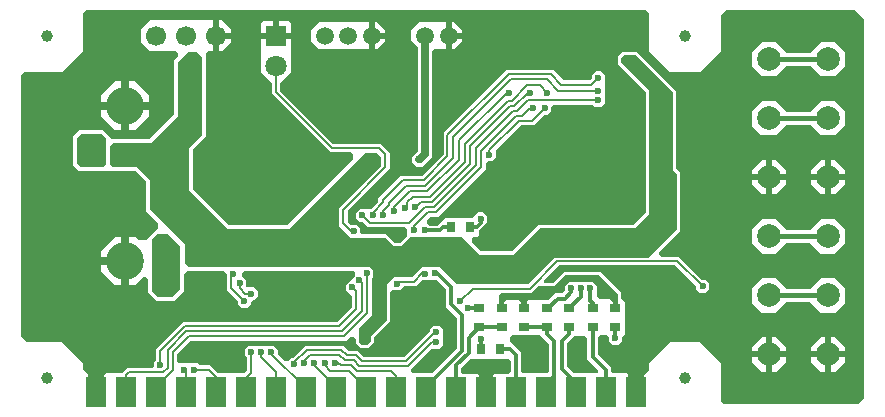
<source format=gbl>
%FSLAX43Y43*%
%MOMM*%
G71*
G01*
G75*
G04 Layer_Physical_Order=2*
G04 Layer_Color=16711680*
%ADD10R,2.880X1.120*%
%ADD11R,0.800X0.900*%
%ADD12R,0.900X1.270*%
%ADD13R,1.000X1.800*%
%ADD14R,1.400X1.200*%
%ADD15R,0.300X1.600*%
%ADD16R,1.600X0.300*%
%ADD17R,0.900X0.800*%
%ADD18R,0.508X0.559*%
%ADD19R,1.270X0.900*%
G04:AMPARAMS|DCode=20|XSize=1.9mm|YSize=3.3mm|CornerRadius=0mm|HoleSize=0mm|Usage=FLASHONLY|Rotation=180.000|XOffset=0mm|YOffset=0mm|HoleType=Round|Shape=Octagon|*
%AMOCTAGOND20*
4,1,8,0.475,-1.650,-0.475,-1.650,-0.950,-1.175,-0.950,1.175,-0.475,1.650,0.475,1.650,0.950,1.175,0.950,-1.175,0.475,-1.650,0.0*
%
%ADD20OCTAGOND20*%

%ADD21R,0.700X1.800*%
%ADD22R,0.700X1.350*%
%ADD23R,0.800X0.800*%
%ADD24R,1.600X2.200*%
%ADD25R,1.350X0.400*%
%ADD26R,1.900X1.900*%
%ADD27R,1.900X1.800*%
%ADD28R,0.600X1.400*%
%ADD29R,1.800X2.500*%
%ADD30C,0.200*%
%ADD31C,0.400*%
%ADD32C,0.300*%
%ADD33R,0.550X11.375*%
%ADD34R,0.550X2.225*%
%ADD35R,0.550X2.300*%
%ADD36R,1.975X0.550*%
%ADD37R,1.400X0.400*%
%ADD38R,0.400X1.400*%
%ADD39R,1.400X0.400*%
%ADD40R,2.150X0.500*%
%ADD41R,0.500X2.150*%
%ADD42C,0.600*%
%ADD43C,3.200*%
%ADD44C,1.000*%
%ADD45R,1.800X1.800*%
%ADD46C,1.800*%
%ADD47C,1.500*%
%ADD48C,1.700*%
%ADD49C,2.000*%
%ADD50R,1.143X1.270*%
%ADD51R,4.800X0.650*%
%ADD52R,0.650X4.800*%
%ADD53R,3.175X0.650*%
%ADD54R,0.500X3.425*%
%ADD55R,3.425X0.500*%
%ADD56R,3.625X0.600*%
%ADD57R,0.600X3.625*%
G36*
X58750Y99525D02*
Y97300D01*
X58500Y97050D01*
X56675D01*
X56350Y97375D01*
Y99525D01*
X56675Y99850D01*
X58425D01*
X58750Y99525D01*
D02*
G37*
G36*
X66925Y106375D02*
Y99800D01*
X65800Y98675D01*
Y95100D01*
X69100Y91800D01*
X74250D01*
X80750Y98300D01*
X81750D01*
X82100Y97950D01*
Y97200D01*
X78500Y93600D01*
Y92100D01*
X79500Y91100D01*
X82400D01*
X83150Y90350D01*
X83775D01*
X84575Y91150D01*
X88925D01*
X90425Y89650D01*
X93275D01*
X95525Y91900D01*
X103600D01*
X104800Y93100D01*
Y103550D01*
X102425Y105925D01*
Y106325D01*
X102675Y106575D01*
X103600D01*
X106775Y103400D01*
Y96825D01*
X107100Y96500D01*
Y91800D01*
X104700Y89400D01*
X96750D01*
X94500Y87150D01*
X88475D01*
X87000Y88625D01*
X85575D01*
X84725Y87775D01*
X83181D01*
X82550Y87189D01*
Y84125D01*
X81225Y82800D01*
Y82350D01*
X80900Y82025D01*
X80450D01*
X80175Y82300D01*
Y83425D01*
X81275Y84525D01*
Y87625D01*
X81400Y87750D01*
Y88350D01*
X81125Y88625D01*
X67375D01*
X65775Y88625D01*
X65500Y88900D01*
Y90500D01*
X62500Y93500D01*
X62500Y95950D01*
X61400Y97050D01*
X59375D01*
X59100Y97325D01*
Y98850D01*
X59350Y99100D01*
X62600D01*
X64875Y101375D01*
Y105975D01*
X65750Y106850D01*
X66450D01*
X66925Y106375D01*
D02*
G37*
G36*
X65075Y90400D02*
Y86775D01*
X64350Y86050D01*
X63175D01*
X62700Y86525D01*
Y90975D01*
X63125Y91400D01*
X64075D01*
X65075Y90400D01*
D02*
G37*
G36*
X102150Y86350D02*
Y85300D01*
X101675D01*
Y85675D01*
X101425Y85925D01*
X100600D01*
X100350Y86175D01*
Y87025D01*
X100025Y87350D01*
X97975D01*
X97650Y87025D01*
Y86650D01*
X97400Y86400D01*
X96800D01*
X96225Y85825D01*
X94550D01*
X94450Y85725D01*
Y85300D01*
X93925D01*
Y85675D01*
X93775Y85825D01*
X92650D01*
X92500Y85675D01*
Y85250D01*
X92100D01*
Y86200D01*
X92325Y86425D01*
X94825D01*
X95375Y86975D01*
X96725D01*
X97700Y87950D01*
X100550D01*
X102150Y86350D01*
D02*
G37*
G36*
X99525Y82575D02*
Y80850D01*
X100475Y79900D01*
Y79750D01*
X100325Y79600D01*
X98400D01*
X97825Y80175D01*
Y82175D01*
X98425Y82775D01*
X99325D01*
X99525Y82575D01*
D02*
G37*
G36*
X87575Y86750D02*
Y85250D01*
X88500Y84325D01*
Y81750D01*
X86350Y79600D01*
X84800D01*
X84650Y79750D01*
Y79975D01*
X86375Y81700D01*
X86975D01*
X87300Y82025D01*
Y83325D01*
X86975Y83650D01*
X86525D01*
X86200Y83325D01*
Y83200D01*
X84025Y81025D01*
X80600D01*
X80150Y81475D01*
X79350D01*
X78900Y81925D01*
X75600D01*
X74600Y80925D01*
X74500D01*
X74225Y80650D01*
X73900D01*
X73325Y81225D01*
Y81600D01*
X73000Y81925D01*
X70850D01*
X70525Y81600D01*
Y81150D01*
X70725Y80950D01*
Y79825D01*
X70500Y79600D01*
X68300D01*
X67625Y80275D01*
X66725D01*
X66525Y80475D01*
X64950D01*
X64800Y80625D01*
Y81225D01*
X65950Y82375D01*
X79200D01*
X79475Y82650D01*
X79775D01*
X79925Y82500D01*
Y82175D01*
X80325Y81775D01*
X81000D01*
X81500Y82275D01*
Y82625D01*
X82875Y84000D01*
Y86475D01*
X83050Y86650D01*
X83650D01*
X84025Y87025D01*
X85050D01*
X85525Y87500D01*
X86825D01*
X87575Y86750D01*
D02*
G37*
G36*
X93100Y80625D02*
Y79775D01*
X92900Y79575D01*
X91700D01*
X91575Y79450D01*
Y78800D01*
X90350D01*
Y79425D01*
X90200Y79575D01*
X89000D01*
X88825Y79750D01*
Y80075D01*
X89600Y80850D01*
X92875D01*
X93100Y80625D01*
D02*
G37*
G36*
X123000Y109600D02*
Y105500D01*
Y100475D01*
Y95475D01*
Y90475D01*
Y85475D01*
Y80475D01*
Y77500D01*
X122500Y77000D01*
X111075D01*
X110850Y77225D01*
Y80450D01*
X109050Y82250D01*
X106525D01*
X104750Y80475D01*
Y79875D01*
X104375Y79500D01*
Y79075D01*
X102975D01*
Y79500D01*
X102875Y79600D01*
X101750D01*
X101575Y79775D01*
Y80075D01*
X100425Y81225D01*
Y82625D01*
X100650Y82850D01*
X101150D01*
X101350Y82650D01*
Y82350D01*
X101675Y82025D01*
X102175D01*
X102475Y82325D01*
Y82675D01*
X102700Y82900D01*
Y85675D01*
X102425Y85950D01*
Y86450D01*
X100675Y88200D01*
X97600D01*
X96625Y87225D01*
X95975D01*
X95875Y87325D01*
Y87500D01*
X97125Y88750D01*
X107000D01*
X108750Y87000D01*
Y86725D01*
X109050Y86425D01*
X109525D01*
X109850Y86750D01*
Y87225D01*
X109550Y87525D01*
X109275D01*
X107325Y89475D01*
X105825D01*
X105650Y89650D01*
Y89875D01*
X107425Y91650D01*
Y96625D01*
X107050Y97000D01*
Y103025D01*
Y103500D01*
X103700Y106850D01*
X102475D01*
X102125Y106500D01*
Y105775D01*
X104475Y103425D01*
Y93225D01*
X103450Y92200D01*
X95400D01*
X93125Y89925D01*
X90550D01*
X89750Y90725D01*
Y91075D01*
X89825Y91150D01*
X90200D01*
X90375Y91325D01*
Y91700D01*
X90925Y92250D01*
Y92300D01*
X91050Y92425D01*
Y92900D01*
X90725Y93225D01*
X90275D01*
X89800Y92750D01*
X87450D01*
X86800Y92100D01*
X86175D01*
X85925Y92350D01*
Y92575D01*
X86200Y92850D01*
X86900D01*
X90925Y96875D01*
Y97375D01*
X91125Y97575D01*
X91450D01*
X91775Y97900D01*
Y98500D01*
X93900Y100625D01*
X95050D01*
X95925Y101500D01*
X96175D01*
X96475Y101800D01*
Y102175D01*
X96650Y102350D01*
X100050D01*
X100225Y102175D01*
X100725D01*
X101025Y102475D01*
Y104850D01*
X100700Y105175D01*
X100250D01*
X99925Y104850D01*
Y104575D01*
X99750Y104400D01*
X97525D01*
X96600Y105325D01*
X92700D01*
X87375Y100000D01*
Y98175D01*
X85525Y96325D01*
X83700D01*
X81850Y94475D01*
Y94150D01*
X81225Y93525D01*
X80275D01*
X79950Y93200D01*
Y92750D01*
X80275Y92425D01*
X80525D01*
X80950Y92000D01*
X84075D01*
X84300Y91775D01*
Y91250D01*
X83675Y90625D01*
X83250D01*
X82500Y91375D01*
X80425D01*
X80300Y91500D01*
Y91875D01*
X79975Y92200D01*
X79500D01*
X79250Y92450D01*
Y93375D01*
X82850Y96975D01*
Y98225D01*
X82050Y99025D01*
X78050D01*
X73525Y103550D01*
Y104175D01*
X74475Y105125D01*
Y107475D01*
Y107750D01*
Y109300D01*
X74300Y109475D01*
X72050D01*
X71875Y109300D01*
Y105125D01*
X72825Y104175D01*
Y103300D01*
X77800Y98325D01*
X79500D01*
X79725Y98100D01*
Y97775D01*
X74075Y92125D01*
X69225D01*
X66125Y95225D01*
Y98550D01*
X67275Y99700D01*
Y106700D01*
X67475Y106900D01*
X68625D01*
X69400Y107675D01*
Y108725D01*
X68625Y109500D01*
X62475D01*
X61725Y108750D01*
Y107650D01*
X62475Y106900D01*
X64750D01*
X64925Y106725D01*
Y106475D01*
X64550Y106100D01*
Y101525D01*
X62475Y99450D01*
X59275D01*
X58525Y100200D01*
X56500D01*
X56025Y99725D01*
Y97250D01*
X56525Y96750D01*
X61250D01*
X62150Y95850D01*
Y93325D01*
X63150Y92325D01*
Y91925D01*
X62150Y90925D01*
X61550D01*
X61300Y91175D01*
X59525D01*
X58350Y90000D01*
Y88275D01*
X59550Y87075D01*
X61250D01*
X61950Y87775D01*
X62175D01*
X62350Y87600D01*
Y86475D01*
X63075Y85750D01*
X64525D01*
X65375Y86600D01*
Y88025D01*
X65625Y88275D01*
X68775D01*
X69025Y88025D01*
Y86650D01*
X69925Y85750D01*
Y85475D01*
X70225Y85175D01*
X70725D01*
X71025Y85475D01*
Y85600D01*
X71225Y85800D01*
X71350D01*
X71650Y86100D01*
Y86575D01*
X71325Y86900D01*
X70750D01*
X70650Y87000D01*
Y87500D01*
X70275Y87875D01*
Y88125D01*
X70450Y88300D01*
X79725D01*
X79875Y88150D01*
Y87875D01*
X79100Y87100D01*
Y86625D01*
X79575Y86150D01*
Y85175D01*
X78375Y83975D01*
X65325D01*
X63025Y81675D01*
Y80775D01*
X62825Y80575D01*
Y80225D01*
X62650Y80050D01*
X60575D01*
X60125Y79600D01*
X58750D01*
X58600Y79450D01*
Y78525D01*
X57300D01*
Y79550D01*
X56875Y79975D01*
Y80500D01*
X55075Y82300D01*
X52075D01*
X51600Y82775D01*
Y101175D01*
Y104850D01*
X51900Y105150D01*
X55075D01*
X56850Y106925D01*
Y110125D01*
X57125Y110400D01*
X104450D01*
X104750Y110100D01*
Y106925D01*
X106525Y105150D01*
X109075D01*
X110850Y106925D01*
Y109975D01*
X111275Y110400D01*
X122200D01*
X123000Y109600D01*
D02*
G37*
G36*
X96325Y82125D02*
Y79775D01*
X96150Y79600D01*
X94125D01*
X93900Y79825D01*
Y81375D01*
X93000Y82275D01*
Y82700D01*
X93175Y82875D01*
X95575D01*
X96325Y82125D01*
D02*
G37*
%LPC*%
G36*
X120500Y87650D02*
X119300D01*
X118375Y86725D01*
X116425D01*
X115500Y87650D01*
X114300D01*
X113450Y86800D01*
Y85600D01*
X114300Y84750D01*
X115500D01*
X116400Y85650D01*
X118400D01*
X119300Y84750D01*
X120500D01*
X121350Y85600D01*
Y86800D01*
X120500Y87650D01*
D02*
G37*
G36*
X115500Y82650D02*
X114300D01*
X113450Y81800D01*
Y80600D01*
X114300Y79750D01*
X115500D01*
X116350Y80600D01*
Y81800D01*
X115500Y82650D01*
D02*
G37*
G36*
X120500D02*
X119300D01*
X118450Y81800D01*
Y80600D01*
X119300Y79750D01*
X120500D01*
X121350Y80600D01*
Y81800D01*
X120500Y82650D01*
D02*
G37*
G36*
X61225Y104325D02*
X59550D01*
X58350Y103125D01*
Y101425D01*
X59550Y100225D01*
X61250D01*
X62450Y101425D01*
Y103100D01*
X61225Y104325D01*
D02*
G37*
G36*
X81750Y109350D02*
X76800D01*
X76150Y108700D01*
Y107725D01*
X76825Y107050D01*
X81775D01*
X82450Y107725D01*
Y108650D01*
X81750Y109350D01*
D02*
G37*
G36*
X120500Y107650D02*
X119300D01*
X118375Y106725D01*
X116425D01*
X115500Y107650D01*
X114300D01*
X113450Y106800D01*
Y105600D01*
X114300Y104750D01*
X115500D01*
X116400Y105650D01*
X118400D01*
X119300Y104750D01*
X120500D01*
X121350Y105600D01*
Y106800D01*
X120500Y107650D01*
D02*
G37*
G36*
Y102650D02*
X119300D01*
X118375Y101725D01*
X116425D01*
X115500Y102650D01*
X114300D01*
X113450Y101800D01*
Y100575D01*
X114275Y99750D01*
X115500D01*
X116400Y100650D01*
X118400D01*
X119300Y99750D01*
X120500D01*
X121350Y100600D01*
Y101800D01*
X120500Y102650D01*
D02*
G37*
G36*
Y97650D02*
X119300D01*
X118450Y96800D01*
X118450Y95600D01*
X119300Y94750D01*
X120500D01*
X121350Y95600D01*
Y96800D01*
X120500Y97650D01*
D02*
G37*
G36*
Y92650D02*
X119300D01*
X118375Y91725D01*
X116425D01*
X115500Y92650D01*
X114300D01*
X113450Y91800D01*
Y90600D01*
X114300Y89750D01*
X115500D01*
X116400Y90650D01*
X118400D01*
X119300Y89750D01*
X120500D01*
X121350Y90600D01*
Y91800D01*
X120500Y92650D01*
D02*
G37*
G36*
X88275Y109350D02*
X85325D01*
X84650Y108675D01*
Y107725D01*
X85175Y107200D01*
Y98450D01*
X84675Y97950D01*
Y97500D01*
X85075Y97100D01*
X85575D01*
X86425Y97950D01*
X86429Y101000D01*
Y106879D01*
X86600Y107050D01*
X88275D01*
X88950Y107725D01*
Y108675D01*
X88275Y109350D01*
D02*
G37*
G36*
X115500Y97650D02*
X114300D01*
X113450Y96800D01*
Y95600D01*
X114300Y94750D01*
X115500D01*
X116350Y95600D01*
Y96800D01*
X115500Y97650D01*
D02*
G37*
%LPD*%
G36*
X86150Y108400D02*
Y98050D01*
X85475Y97375D01*
X85175D01*
X84975Y97575D01*
Y97875D01*
X85450Y98350D01*
Y108400D01*
X85675Y108625D01*
X85925D01*
X86150Y108400D01*
D02*
G37*
D11*
X92125Y81625D02*
D03*
X90525D02*
D03*
X88000Y92000D02*
D03*
X89600D02*
D03*
D17*
X101900Y85100D02*
D03*
Y83500D02*
D03*
X100000D02*
D03*
Y85100D02*
D03*
X98000Y83500D02*
D03*
Y85100D02*
D03*
X96100Y83500D02*
D03*
Y85100D02*
D03*
X94200D02*
D03*
Y83500D02*
D03*
X92300Y85100D02*
D03*
Y83500D02*
D03*
X90400D02*
D03*
Y85100D02*
D03*
D29*
X103660Y78000D02*
D03*
X101120D02*
D03*
X78260D02*
D03*
X80800D02*
D03*
X83340D02*
D03*
X85880D02*
D03*
X88420D02*
D03*
X90960D02*
D03*
X93500D02*
D03*
X75720D02*
D03*
X73180D02*
D03*
X70640D02*
D03*
X68100D02*
D03*
X65560D02*
D03*
X63020D02*
D03*
X60480D02*
D03*
X57940D02*
D03*
X96040D02*
D03*
X98580D02*
D03*
D30*
X65775Y82725D02*
X78925D01*
X64450Y81400D02*
X65775Y82725D01*
X64450Y79875D02*
Y81400D01*
X65484Y83625D02*
X78525D01*
X63375Y80350D02*
Y81516D01*
X65484Y83625D01*
X65600Y83175D02*
X78750D01*
X64000Y81575D02*
X65600Y83175D01*
X64000Y80075D02*
Y81575D01*
X63625Y79700D02*
X64000Y80075D01*
X62950Y78725D02*
X63300D01*
X64450Y79875D01*
X63020Y78000D02*
Y78420D01*
X60750Y79700D02*
X63625D01*
X81400Y92975D02*
Y93200D01*
X75720Y78000D02*
Y78330D01*
X60480Y78000D02*
Y79430D01*
X83340Y78000D02*
Y79385D01*
X77300Y80275D02*
Y80500D01*
Y80275D02*
X77750Y79825D01*
X79325D01*
X80800Y78350D01*
X76400Y80275D02*
Y80500D01*
Y80275D02*
X78260Y78415D01*
X60480Y79430D02*
X60750Y79700D01*
X89625Y97350D02*
Y98825D01*
X89150Y97525D02*
Y99025D01*
X81400Y93200D02*
X82275Y94075D01*
Y93025D02*
Y93350D01*
X82750Y93825D01*
X90100Y97225D02*
Y98650D01*
X90575Y97050D02*
Y98450D01*
X84300Y93875D02*
Y94125D01*
X86000Y95025D02*
X88675Y97700D01*
X83200Y93325D02*
Y93700D01*
X84525Y95025D01*
X86000D01*
X85800Y95475D02*
X88175Y97850D01*
X82750Y93825D02*
Y94050D01*
X84175Y95475D01*
X85800D01*
X85675Y95950D02*
X87700Y97975D01*
X82275Y94075D02*
Y94300D01*
X83925Y95950D01*
X85675D01*
X91225Y98125D02*
Y98475D01*
X107175Y89100D02*
X109300Y86975D01*
X83400Y87200D02*
X83575Y87375D01*
X80250Y87475D02*
X80425Y87300D01*
X79650Y86875D02*
X79925Y86600D01*
X89150Y99025D02*
X92800Y102675D01*
X89625Y98825D02*
X93025Y102225D01*
X90100Y98650D02*
X93250Y101800D01*
X90575Y98450D02*
X93500Y101375D01*
X94000D01*
X91225Y98475D02*
X93725Y100975D01*
X83575Y87375D02*
X84850D01*
X85550Y88075D01*
X85775D01*
X93025Y102225D02*
X93350D01*
X94500Y103375D01*
X94725D01*
X93250Y101800D02*
X93625D01*
X94550Y102725D01*
X100475D01*
X88675Y97700D02*
Y99350D01*
X92700Y103375D01*
X92925D01*
X88175Y97850D02*
Y99575D01*
X87700Y97975D02*
Y99775D01*
X94000Y101375D02*
X94675Y102050D01*
X94925D01*
X95500Y104025D02*
X96150Y103375D01*
X94850Y100975D02*
X95925Y102050D01*
X93725Y100975D02*
X94850D01*
X88175Y99575D02*
X93100Y104500D01*
X96150D01*
X97100Y103550D01*
X100475D01*
X87700Y99775D02*
X92875Y104950D01*
X96425D01*
X97350Y104025D01*
X99875D01*
X100475Y104625D01*
X65560Y78000D02*
Y79765D01*
X65400Y79925D02*
X65560Y79765D01*
X66225Y79925D02*
X67475D01*
X68100Y79300D01*
Y78000D02*
Y79300D01*
X69400Y87825D02*
X69575Y88000D01*
X69400Y86800D02*
Y87825D01*
Y86800D02*
X70475Y85725D01*
X70550Y86350D02*
X71100D01*
X70100Y86800D02*
X70550Y86350D01*
X70100Y86800D02*
Y87250D01*
X80050Y79775D02*
X82950D01*
X83340Y79385D01*
X72775Y81275D02*
X75720Y78330D01*
X72775Y81275D02*
Y81375D01*
X71925Y81000D02*
Y81375D01*
Y81000D02*
X73180Y79745D01*
Y78000D02*
Y79745D01*
X71075Y79650D02*
Y81375D01*
X70640Y79215D02*
X71075Y79650D01*
X70640Y78000D02*
Y79215D01*
X82450Y97050D02*
Y98150D01*
X81925Y98675D02*
X82450Y98150D01*
X73180Y103445D02*
Y105660D01*
Y103445D02*
X77950Y98675D01*
X81925D01*
X79550Y80275D02*
X80050Y79775D01*
X78675Y80275D02*
X79550D01*
X78450Y80500D02*
X78675Y80275D01*
X78200Y80500D02*
X78450D01*
X80900Y84700D02*
Y88075D01*
X80425Y84850D02*
Y87300D01*
X79925Y85025D02*
Y86600D01*
X78525Y83625D02*
X79925Y85025D01*
X78750Y83175D02*
X80425Y84850D01*
X78925Y82725D02*
X80900Y84700D01*
X86650Y83100D02*
X86750D01*
X84225Y80675D02*
X86650Y83100D01*
X80425Y80675D02*
X84225D01*
X79975Y81125D02*
X80425Y80675D01*
X79175Y81125D02*
X79975D01*
X78700Y81600D02*
X79175Y81125D01*
X86400Y82250D02*
X86750D01*
X84400Y80250D02*
X86400Y82250D01*
X80225Y80250D02*
X84400D01*
X79775Y80700D02*
X80225Y80250D01*
X79000Y80700D02*
X79775D01*
X78550Y81150D02*
X79000Y80700D01*
X76050Y81150D02*
X78550D01*
X75575Y80675D02*
X76050Y81150D01*
X75575Y80475D02*
Y80675D01*
X74725Y80550D02*
X75775Y81600D01*
X78700D01*
X74725Y80375D02*
Y80550D01*
X84300Y94125D02*
X84750Y94575D01*
X86200D01*
X89150Y97525D01*
X85200Y93875D02*
X85450Y94125D01*
X86400D01*
X89625Y97350D01*
X86550Y93675D02*
X90100Y97225D01*
X86750Y93225D02*
X90575Y97050D01*
X79550Y91650D02*
X79750D01*
X80500Y92975D02*
X81150Y92325D01*
X84475D01*
X85825Y93675D01*
X86550D01*
X84875Y91700D02*
Y92050D01*
X86050Y93225D01*
X86750D01*
X78875Y92325D02*
X79550Y91650D01*
X78875Y92325D02*
Y93475D01*
X82450Y97050D01*
X92800Y102675D02*
X93125D01*
X94475Y104025D01*
X95500D01*
X88800Y85700D02*
X89875Y86775D01*
X94650D01*
X96975Y89100D01*
X107175D01*
D31*
X114900Y106200D02*
X119900D01*
X114900Y101200D02*
X119900D01*
X114900Y91200D02*
X119900D01*
X114900Y86200D02*
X119900D01*
D32*
X92125Y81625D02*
X93025D01*
X101925Y82575D02*
Y83500D01*
X89475Y85100D02*
X90400D01*
X99800Y85750D02*
Y86800D01*
Y85750D02*
X100000Y85550D01*
Y85100D02*
Y85550D01*
X99000Y86100D02*
Y86800D01*
X98000Y85100D02*
X99000Y86100D01*
X98200Y86450D02*
Y86800D01*
X97650Y85900D02*
X98200Y86450D01*
X97050Y85900D02*
X97650D01*
X96250Y85100D02*
X97050Y85900D01*
X93025Y81625D02*
X93500Y81150D01*
Y78000D02*
Y81150D01*
X90525Y81625D02*
Y82525D01*
X88420Y78000D02*
Y80270D01*
X86850Y88075D02*
X88025Y86900D01*
X86675Y88075D02*
X86850D01*
X96040Y78690D02*
X96750Y79400D01*
X96040Y78000D02*
Y78690D01*
X97375Y80000D02*
X98580Y78795D01*
Y78000D02*
Y78795D01*
X88420Y80270D02*
X89500Y81350D01*
Y82600D01*
X90400Y83500D01*
X85880Y78480D02*
X88925Y81525D01*
X88025Y85475D02*
Y86900D01*
Y85475D02*
X88925Y84575D01*
Y81525D02*
Y84575D01*
X100000Y81025D02*
Y83500D01*
Y81025D02*
X101120Y79905D01*
Y78000D02*
Y79905D01*
X94200Y83500D02*
X96100D01*
X90400D02*
X92300D01*
X97375Y80000D02*
Y82350D01*
X98000Y82975D01*
Y83500D01*
X96100Y82975D02*
Y83500D01*
Y82975D02*
X96750Y82325D01*
Y79400D02*
Y82325D01*
X89525Y92000D02*
X90180D01*
X90500Y92320D01*
Y92675D01*
X85775Y91700D02*
X87050D01*
X87350Y92000D01*
X87925D01*
D40*
X81900Y108200D02*
D03*
X88400D02*
D03*
X68700D02*
D03*
D41*
X73180Y108800D02*
D03*
D42*
X65900Y81775D02*
D03*
X63300Y87900D02*
D03*
X64400D02*
D03*
Y86900D02*
D03*
X63300D02*
D03*
X109300Y86975D02*
D03*
X70100Y87250D02*
D03*
X69575Y88000D02*
D03*
X71525Y88950D02*
D03*
X99800Y86800D02*
D03*
X99000D02*
D03*
X96950Y88100D02*
D03*
X98200Y86800D02*
D03*
X94100Y87600D02*
D03*
X93100Y88800D02*
D03*
X83750Y91250D02*
D03*
X79575Y92975D02*
D03*
X81300Y94025D02*
D03*
X85775Y91700D02*
D03*
X79750Y91650D02*
D03*
X71075Y81375D02*
D03*
X71925D02*
D03*
X72775D02*
D03*
X90500Y92675D02*
D03*
X85325Y97725D02*
D03*
X82275Y93025D02*
D03*
X84925Y93725D02*
D03*
X83200Y93325D02*
D03*
X84075Y93625D02*
D03*
X81400Y92975D02*
D03*
X80500D02*
D03*
X76400Y80500D02*
D03*
X77300D02*
D03*
X78200D02*
D03*
X80550Y82500D02*
D03*
X82200Y81425D02*
D03*
X74725Y80375D02*
D03*
X75575Y80475D02*
D03*
X92700Y90250D02*
D03*
X95250Y86250D02*
D03*
X83250Y86175D02*
D03*
X89475Y85100D02*
D03*
X81100Y97575D02*
D03*
X78750Y87350D02*
D03*
X63375Y80350D02*
D03*
X94925Y102050D02*
D03*
X94725Y103375D02*
D03*
X96150D02*
D03*
X92925D02*
D03*
X91225Y98125D02*
D03*
X57175Y99375D02*
D03*
X58325Y99400D02*
D03*
X101925Y82575D02*
D03*
X94900Y82350D02*
D03*
X90525Y82525D02*
D03*
X106150Y96075D02*
D03*
X105325D02*
D03*
X106350Y103375D02*
D03*
X86750Y82250D02*
D03*
Y83100D02*
D03*
X102825Y106150D02*
D03*
X88800Y85700D02*
D03*
X86675Y88075D02*
D03*
X84875Y91700D02*
D03*
X85775Y88050D02*
D03*
X83400Y87200D02*
D03*
X80850Y88075D02*
D03*
X80250Y87475D02*
D03*
X79650Y86875D02*
D03*
X86400Y92475D02*
D03*
X104250Y89775D02*
D03*
X95925Y102050D02*
D03*
X100475Y103550D02*
D03*
Y102725D02*
D03*
Y104625D02*
D03*
X106225Y104975D02*
D03*
X97700Y98150D02*
D03*
X75250Y91700D02*
D03*
X71100Y86350D02*
D03*
X70475Y85725D02*
D03*
X66225Y79925D02*
D03*
X65400D02*
D03*
X78700Y99525D02*
D03*
X76800Y98650D02*
D03*
X79600Y81900D02*
D03*
X76175Y84950D02*
D03*
X67500Y89800D02*
D03*
X73600Y82025D02*
D03*
X87850Y84075D02*
D03*
X86825Y80900D02*
D03*
X89700Y80225D02*
D03*
X92350D02*
D03*
X68675Y80875D02*
D03*
X66275Y104475D02*
D03*
Y105400D02*
D03*
X66300Y106350D02*
D03*
X95775Y80125D02*
D03*
X98700Y82425D02*
D03*
X99675Y80025D02*
D03*
X101000Y81575D02*
D03*
X103375Y80100D02*
D03*
X105275Y82050D02*
D03*
X91375Y97150D02*
D03*
X103450Y88350D02*
D03*
X106225Y89900D02*
D03*
X100025Y99225D02*
D03*
X102675Y102050D02*
D03*
X94400Y100150D02*
D03*
X100925Y93775D02*
D03*
X71650Y87400D02*
D03*
X74575Y87225D02*
D03*
X71900Y84725D02*
D03*
X66075Y84600D02*
D03*
X66100Y87625D02*
D03*
X59675Y80300D02*
D03*
X62000Y83550D02*
D03*
X61975Y81375D02*
D03*
X59700Y86625D02*
D03*
X52575Y83000D02*
D03*
X54050Y86200D02*
D03*
X56650Y86300D02*
D03*
X57775Y94500D02*
D03*
X57350Y90650D02*
D03*
X52400Y89425D02*
D03*
X68700Y93400D02*
D03*
X71275Y92525D02*
D03*
X72900Y94400D02*
D03*
X67800Y97925D02*
D03*
X71125Y96825D02*
D03*
X76775Y95475D02*
D03*
X73500Y99250D02*
D03*
X67875Y102775D02*
D03*
X71025Y104950D02*
D03*
X70625Y109750D02*
D03*
X76175Y106525D02*
D03*
X83050Y100225D02*
D03*
X84400Y102600D02*
D03*
X82450Y105025D02*
D03*
X84275Y109625D02*
D03*
X90525Y109675D02*
D03*
X87050Y100100D02*
D03*
X91600Y105100D02*
D03*
X77950Y104550D02*
D03*
X52425Y104300D02*
D03*
X57250Y101250D02*
D03*
X57625Y109675D02*
D03*
X60825Y107850D02*
D03*
X64400Y109950D02*
D03*
X78800Y109975D02*
D03*
X103850Y109700D02*
D03*
X109250Y104125D02*
D03*
X111950Y109550D02*
D03*
X121800Y109400D02*
D03*
X108100Y96675D02*
D03*
X110900Y87350D02*
D03*
X110775Y82200D02*
D03*
X111675Y77700D02*
D03*
X121700Y77800D02*
D03*
X122000Y88700D02*
D03*
X122100Y103700D02*
D03*
X115375Y103700D02*
D03*
X115450Y88700D02*
D03*
X117275Y83900D02*
D03*
X117425Y93250D02*
D03*
X117475Y98875D02*
D03*
X111650Y100375D02*
D03*
X112200Y90950D02*
D03*
X73850Y103875D02*
D03*
X52350Y101350D02*
D03*
X81100Y100175D02*
D03*
D43*
X60400Y102270D02*
D03*
Y89130D02*
D03*
D44*
X107800Y79200D02*
D03*
X53800D02*
D03*
X107800Y108200D02*
D03*
X53800D02*
D03*
D45*
X73180D02*
D03*
D46*
Y105660D02*
D03*
D47*
X87800Y108200D02*
D03*
X85800D02*
D03*
X81300D02*
D03*
X79300D02*
D03*
X77300D02*
D03*
D48*
X63020D02*
D03*
X68100D02*
D03*
X65560D02*
D03*
D49*
X114900Y106200D02*
D03*
Y101200D02*
D03*
Y96200D02*
D03*
X119900D02*
D03*
X114900Y91200D02*
D03*
X119900D02*
D03*
X114900Y86200D02*
D03*
X119900D02*
D03*
X114900Y81200D02*
D03*
X119900D02*
D03*
Y101200D02*
D03*
Y106200D02*
D03*
D50*
X64250Y89700D02*
D03*
X66250D02*
D03*
X57900Y98100D02*
D03*
X59900D02*
D03*
D51*
X60450Y102275D02*
D03*
D52*
X60395Y102320D02*
D03*
Y89180D02*
D03*
D53*
X59537Y89125D02*
D03*
D54*
X68100Y108237D02*
D03*
X81300Y108163D02*
D03*
X87800D02*
D03*
D55*
X73143Y108200D02*
D03*
D56*
X114887Y81200D02*
D03*
X119912D02*
D03*
Y96200D02*
D03*
X114887D02*
D03*
D57*
X114900Y81188D02*
D03*
X119900D02*
D03*
Y96213D02*
D03*
X114900D02*
D03*
M02*

</source>
